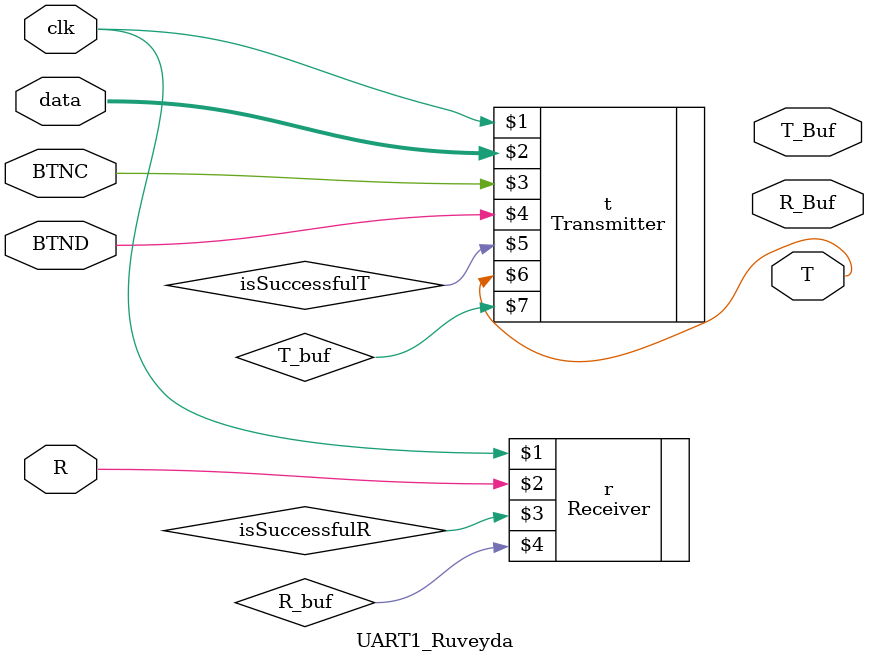
<source format=sv>
`timescale 1ns / 1ps
module UART1_Ruveyda#(parameter bitNum=8)(
    input clk, //reset,
    input [bitNum-1:0] data,
    input BTNC, //for load operation
    input BTND, //for transmit operation
    input R,
    output T,
    output reg [bitNum-1:0] T_Buf,
    output reg [bitNum-1:0] R_Buf
);
wire isSuccessfulT,isSuccessfulR;

Transmitter t(clk,data,BTNC,BTND,isSuccessfulT,T,T_buf);
Receiver r(clk,R,isSuccessfulR,R_buf);

endmodule

</source>
